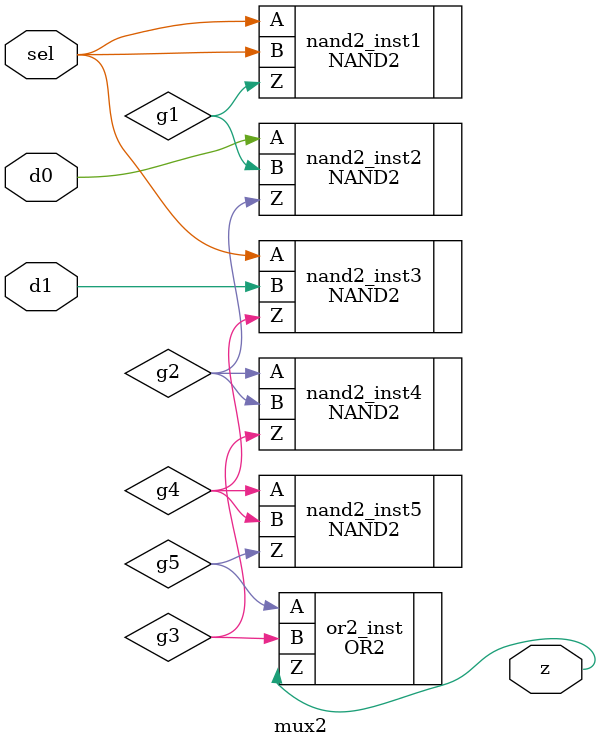
<source format=sv>
module mux2 (
    input logic d0,          // Data input 0
    input logic d1,          // Data input 1
    input logic sel,         // Select input
    output logic z           // Output
);
// Put your code here
// ------------------

	logic g1,g2,g3,g4,g5;

    NAND2  #(
        .Tpdlh(5),
        .Tpdhl(5)
    ) nand2_inst1 (
        .Z(g1),
        .A(sel),
        .B(sel)
    );
	NAND2  #(
        .Tpdlh(5),
        .Tpdhl(5)
    )
	  nand2_inst2 (
        .Z(g2),
        .A(d0),
        .B(g1)
    );
	NAND2  #(
        .Tpdlh(5),
        .Tpdhl(5)
    )
	  nand2_inst3 (
        .Z(g4),
        .A(sel),
        .B(d1)
    ); 
	NAND2  #(
        .Tpdlh(5),
        .Tpdhl(5)
    )
	  nand2_inst4 (
        .Z(g3),
        .A(g2),
        .B(g2)
    );
	NAND2  #(
        .Tpdlh(5),
        .Tpdhl(5)
    )
	  nand2_inst5 (
        .Z(g5),
        .A(g4),
        .B(g4)
    ); 
	
	
    OR2 #(
        .Tpdlh(7),
        .Tpdhl(7)
    ) or2_inst (
        .Z(z),
        .A(g5),
        .B(g3)
    );	


// End of your code

endmodule

</source>
